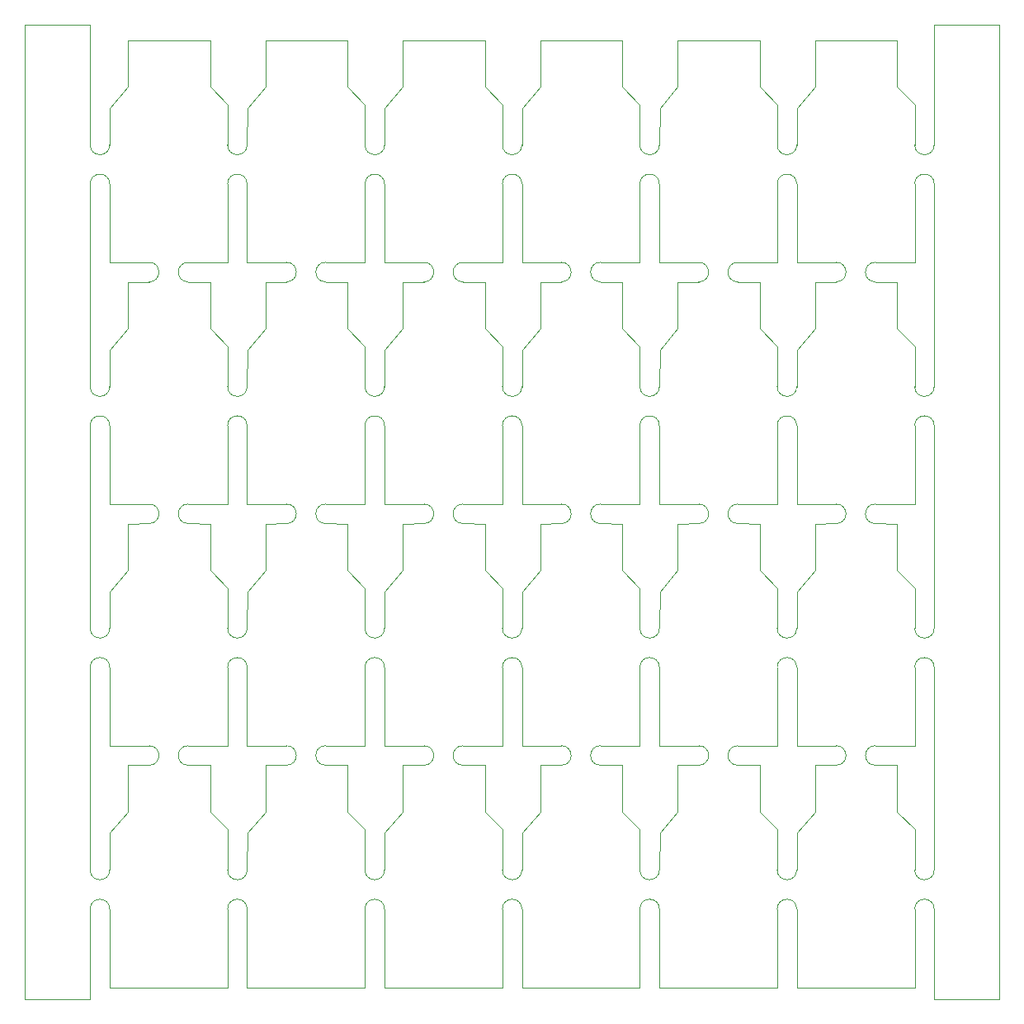
<source format=gbr>
%TF.GenerationSoftware,KiCad,Pcbnew,7.0.8*%
%TF.CreationDate,2024-02-11T12:05:53+00:00*%
%TF.ProjectId,QMK_controller_test,514d4b5f-636f-46e7-9472-6f6c6c65725f,rev?*%
%TF.SameCoordinates,Original*%
%TF.FileFunction,Profile,NP*%
%FSLAX46Y46*%
G04 Gerber Fmt 4.6, Leading zero omitted, Abs format (unit mm)*
G04 Created by KiCad (PCBNEW 7.0.8) date 2024-02-11 12:05:53*
%MOMM*%
%LPD*%
G01*
G04 APERTURE LIST*
%TA.AperFunction,Profile*%
%ADD10C,0.100000*%
%TD*%
G04 APERTURE END LIST*
D10*
X107500000Y-106457500D02*
X111550000Y-106450000D01*
X87350000Y-81650000D02*
G75*
G03*
X87350000Y-83650000I0J-1000000D01*
G01*
X151700000Y-83657500D02*
X151700000Y-88457500D01*
X149800000Y-123200000D02*
G75*
G03*
X147800000Y-123200000I-1000000J0D01*
G01*
X89600000Y-58857500D02*
X81200000Y-58857500D01*
X79300000Y-123200000D02*
X79300000Y-131257500D01*
X139750000Y-83650000D02*
X137600000Y-83657500D01*
X146000000Y-108457500D02*
X143750000Y-108450000D01*
X143750000Y-131250000D02*
G75*
G03*
X143750000Y-133250000I0J-1000000D01*
G01*
X147800000Y-69600000D02*
X147800000Y-65457500D01*
X133700000Y-156057500D02*
X133700000Y-148000000D01*
X147800000Y-69600000D02*
G75*
G03*
X149800000Y-69600000I1000000J0D01*
G01*
X77300000Y-73600000D02*
X77300000Y-94400000D01*
X121600000Y-73600000D02*
X121600000Y-81657500D01*
X161900000Y-156057500D02*
X161900000Y-148000000D01*
X83350000Y-133250000D02*
X81200000Y-133257500D01*
X151700000Y-113257500D02*
X149843340Y-115400840D01*
X81200000Y-133257500D02*
X81200000Y-138057500D01*
X146000000Y-58857500D02*
X137600000Y-58857500D01*
X147800000Y-144000000D02*
X147800000Y-139857500D01*
X147800000Y-131257500D02*
X147800000Y-123200000D01*
X95300000Y-88457500D02*
X93443340Y-90600840D01*
X109400000Y-58857500D02*
X109400000Y-63657500D01*
X89600000Y-133257500D02*
X87350000Y-133250000D01*
X151700000Y-108457500D02*
X151700000Y-113257500D01*
X81200000Y-58857500D02*
X81200000Y-63657500D01*
X143750000Y-106450000D02*
G75*
G03*
X143750000Y-108450000I0J-1000000D01*
G01*
X115550000Y-81650000D02*
G75*
G03*
X115550000Y-83650000I0J-1000000D01*
G01*
X117800000Y-108457500D02*
X115550000Y-108450000D01*
X149800000Y-81657500D02*
X153850000Y-81650000D01*
X107543340Y-65800840D02*
X107500000Y-69600000D01*
X87350000Y-131250000D02*
G75*
G03*
X87350000Y-133250000I0J-1000000D01*
G01*
X157850000Y-131250000D02*
G75*
G03*
X157850000Y-133250000I0J-1000000D01*
G01*
X91400000Y-144000000D02*
G75*
G03*
X93400000Y-144000000I1000000J0D01*
G01*
X135743340Y-90600840D02*
X135700000Y-94400000D01*
X137600000Y-63657500D02*
X135743340Y-65800840D01*
X157850000Y-131250000D02*
X161900000Y-131257500D01*
X77300000Y-119200000D02*
G75*
G03*
X79300000Y-119200000I1000000J0D01*
G01*
X81200000Y-83657500D02*
X81200000Y-88457500D01*
X87350000Y-131250000D02*
X91400000Y-131257500D01*
X143750000Y-106450000D02*
X147800000Y-106457500D01*
X77300000Y-157250000D02*
X70600000Y-157250000D01*
X147800000Y-119200000D02*
G75*
G03*
X149800000Y-119200000I1000000J0D01*
G01*
X131900000Y-113257500D02*
X131900000Y-108457500D01*
X105500000Y-94400000D02*
G75*
G03*
X107500000Y-94400000I1000000J0D01*
G01*
X161900000Y-94400000D02*
X161900000Y-90257500D01*
X149843340Y-115400840D02*
X149800000Y-119200000D01*
X93443340Y-65800840D02*
X93400000Y-69600000D01*
X161900000Y-81657500D02*
X161900000Y-73600000D01*
X163900000Y-119200000D02*
X163900000Y-98400000D01*
X129650000Y-131250000D02*
X133700000Y-131257500D01*
X151700000Y-133257500D02*
X151700000Y-138057500D01*
X149800000Y-73600000D02*
G75*
G03*
X147800000Y-73600000I-1000000J0D01*
G01*
X105500000Y-81657500D02*
X105500000Y-73600000D01*
X105500000Y-156057500D02*
X105500000Y-148000000D01*
X119600000Y-69600000D02*
G75*
G03*
X121600000Y-69600000I1000000J0D01*
G01*
X139750000Y-133250000D02*
G75*
G03*
X139750000Y-131250000I0J1000000D01*
G01*
X107500000Y-148000000D02*
G75*
G03*
X105500000Y-148000000I-1000000J0D01*
G01*
X133700000Y-90257500D02*
X131900000Y-88457500D01*
X147800000Y-115057500D02*
X146000000Y-113257500D01*
X119600000Y-156057500D02*
X119600000Y-148000000D01*
X83350000Y-108450000D02*
X81200000Y-108457500D01*
X107500000Y-131257500D02*
X111550000Y-131250000D01*
X87350000Y-106450000D02*
X91400000Y-106457500D01*
X133700000Y-119200000D02*
X133700000Y-115057500D01*
X109400000Y-133257500D02*
X109400000Y-138057500D01*
X91400000Y-144000000D02*
X91400000Y-139857500D01*
X123500000Y-133257500D02*
X123500000Y-138057500D01*
X105500000Y-139857500D02*
X103700000Y-138057500D01*
X121600000Y-98400000D02*
G75*
G03*
X119600000Y-98400000I-1000000J0D01*
G01*
X157850000Y-106450000D02*
G75*
G03*
X157850000Y-108450000I0J-1000000D01*
G01*
X103700000Y-83657500D02*
X101450000Y-83650000D01*
X163900000Y-73600000D02*
X163900000Y-94400000D01*
X161900000Y-115057500D02*
X160100000Y-113257500D01*
X119600000Y-115057500D02*
X117800000Y-113257500D01*
X137600000Y-113257500D02*
X135743340Y-115400840D01*
X161900000Y-139857500D02*
X160100000Y-138057500D01*
X149800000Y-148000000D02*
G75*
G03*
X147800000Y-148000000I-1000000J0D01*
G01*
X160100000Y-88457500D02*
X160100000Y-83657500D01*
X91400000Y-119200000D02*
X91400000Y-115057500D01*
X133700000Y-139857500D02*
X131900000Y-138057500D01*
X111550000Y-83650000D02*
X109400000Y-83657500D01*
X97450000Y-108450000D02*
X95300000Y-108457500D01*
X119600000Y-144000000D02*
G75*
G03*
X121600000Y-144000000I1000000J0D01*
G01*
X111550000Y-108450000D02*
X109400000Y-108457500D01*
X89600000Y-138057500D02*
X89600000Y-133257500D01*
X147800000Y-119200000D02*
X147800000Y-115057500D01*
X101450000Y-131250000D02*
G75*
G03*
X101450000Y-133250000I0J-1000000D01*
G01*
X79300000Y-73600000D02*
G75*
G03*
X77300000Y-73600000I-1000000J0D01*
G01*
X123500000Y-113257500D02*
X121643340Y-115400840D01*
X115550000Y-81650000D02*
X119600000Y-81657500D01*
X103700000Y-63657500D02*
X103700000Y-58857500D01*
X105500000Y-69600000D02*
G75*
G03*
X107500000Y-69600000I1000000J0D01*
G01*
X93400000Y-98400000D02*
G75*
G03*
X91400000Y-98400000I-1000000J0D01*
G01*
X135700000Y-131257500D02*
X139750000Y-131250000D01*
X125650000Y-133250000D02*
G75*
G03*
X125650000Y-131250000I0J1000000D01*
G01*
X153850000Y-83650000D02*
G75*
G03*
X153850000Y-81650000I0J1000000D01*
G01*
X143750000Y-81650000D02*
G75*
G03*
X143750000Y-83650000I0J-1000000D01*
G01*
X93400000Y-81657500D02*
X97450000Y-81650000D01*
X105500000Y-144000000D02*
X105500000Y-139857500D01*
X97450000Y-83650000D02*
G75*
G03*
X97450000Y-81650000I0J1000000D01*
G01*
X160100000Y-83657500D02*
X157850000Y-83650000D01*
X91400000Y-94400000D02*
G75*
G03*
X93400000Y-94400000I1000000J0D01*
G01*
X79300000Y-123200000D02*
G75*
G03*
X77300000Y-123200000I-1000000J0D01*
G01*
X133700000Y-115057500D02*
X131900000Y-113257500D01*
X153850000Y-133250000D02*
G75*
G03*
X153850000Y-131250000I0J1000000D01*
G01*
X125650000Y-83650000D02*
X123500000Y-83657500D01*
X129650000Y-106450000D02*
X133700000Y-106457500D01*
X147800000Y-94400000D02*
X147800000Y-90257500D01*
X95300000Y-138057500D02*
X93443340Y-140200840D01*
X107500000Y-73600000D02*
G75*
G03*
X105500000Y-73600000I-1000000J0D01*
G01*
X157850000Y-106450000D02*
X161900000Y-106457500D01*
X135743340Y-115400840D02*
X135700000Y-119200000D01*
X163900000Y-148000000D02*
X163900000Y-157250000D01*
X131900000Y-133257500D02*
X129650000Y-133250000D01*
X121600000Y-123200000D02*
G75*
G03*
X119600000Y-123200000I-1000000J0D01*
G01*
X107500000Y-73600000D02*
X107500000Y-81657500D01*
X149800000Y-98400000D02*
X149800000Y-106457500D01*
X160100000Y-108457500D02*
X157850000Y-108450000D01*
X160100000Y-113257500D02*
X160100000Y-108457500D01*
X109400000Y-88457500D02*
X107543340Y-90600840D01*
X133700000Y-65457500D02*
X131900000Y-63657500D01*
X137600000Y-88457500D02*
X135743340Y-90600840D01*
X135700000Y-73600000D02*
G75*
G03*
X133700000Y-73600000I-1000000J0D01*
G01*
X117800000Y-138057500D02*
X117800000Y-133257500D01*
X107500000Y-98400000D02*
G75*
G03*
X105500000Y-98400000I-1000000J0D01*
G01*
X137600000Y-133257500D02*
X137600000Y-138057500D01*
X135700000Y-148000000D02*
X135700000Y-156057500D01*
X139750000Y-133250000D02*
X137600000Y-133257500D01*
X117800000Y-133257500D02*
X115550000Y-133250000D01*
X161900000Y-65457500D02*
X160100000Y-63657500D01*
X157850000Y-81650000D02*
G75*
G03*
X157850000Y-83650000I0J-1000000D01*
G01*
X133700000Y-144000000D02*
G75*
G03*
X135700000Y-144000000I1000000J0D01*
G01*
X149800000Y-123200000D02*
X149800000Y-131257500D01*
X107500000Y-98400000D02*
X107500000Y-106457500D01*
X129650000Y-81650000D02*
X133700000Y-81657500D01*
X91400000Y-119200000D02*
G75*
G03*
X93400000Y-119200000I1000000J0D01*
G01*
X79300000Y-73600000D02*
X79300000Y-81657500D01*
X93400000Y-73600000D02*
X93400000Y-81657500D01*
X163900000Y-144000000D02*
X163900000Y-123200000D01*
X89600000Y-108457500D02*
X87350000Y-108450000D01*
X95300000Y-133257500D02*
X95300000Y-138057500D01*
X149800000Y-73600000D02*
X149800000Y-81657500D01*
X121600000Y-148000000D02*
G75*
G03*
X119600000Y-148000000I-1000000J0D01*
G01*
X91400000Y-106457500D02*
X91400000Y-98400000D01*
X107543340Y-115400840D02*
X107500000Y-119200000D01*
X119600000Y-65457500D02*
X117800000Y-63657500D01*
X146000000Y-88457500D02*
X146000000Y-83657500D01*
X161900000Y-106457500D02*
X161900000Y-98400000D01*
X95300000Y-63657500D02*
X93443340Y-65800840D01*
X125650000Y-83650000D02*
G75*
G03*
X125650000Y-81650000I0J1000000D01*
G01*
X139750000Y-83650000D02*
G75*
G03*
X139750000Y-81650000I0J1000000D01*
G01*
X91400000Y-131257500D02*
X91400000Y-123200000D01*
X111550000Y-108450000D02*
G75*
G03*
X111550000Y-106450000I0J1000000D01*
G01*
X121600000Y-156057500D02*
X133700000Y-156057500D01*
X135700000Y-148000000D02*
G75*
G03*
X133700000Y-148000000I-1000000J0D01*
G01*
X70600000Y-157250000D02*
X70600000Y-57250000D01*
X81200000Y-88457500D02*
X79343340Y-90600840D01*
X119600000Y-139857500D02*
X117800000Y-138057500D01*
X135700000Y-123200000D02*
X135700000Y-131257500D01*
X123500000Y-138057500D02*
X121643340Y-140200840D01*
X125650000Y-108450000D02*
G75*
G03*
X125650000Y-106450000I0J1000000D01*
G01*
X93443340Y-90600840D02*
X93400000Y-94400000D01*
X161900000Y-90257500D02*
X160100000Y-88457500D01*
X81200000Y-108457500D02*
X81200000Y-113257500D01*
X135700000Y-73600000D02*
X135700000Y-81657500D01*
X147800000Y-90257500D02*
X146000000Y-88457500D01*
X133700000Y-106457500D02*
X133700000Y-98400000D01*
X89600000Y-63657500D02*
X89600000Y-58857500D01*
X111550000Y-83650000D02*
G75*
G03*
X111550000Y-81650000I0J1000000D01*
G01*
X133700000Y-94400000D02*
G75*
G03*
X135700000Y-94400000I1000000J0D01*
G01*
X91400000Y-94400000D02*
X91400000Y-90257500D01*
X101450000Y-106450000D02*
G75*
G03*
X101450000Y-108450000I0J-1000000D01*
G01*
X135700000Y-81657500D02*
X139750000Y-81650000D01*
X147800000Y-94400000D02*
G75*
G03*
X149800000Y-94400000I1000000J0D01*
G01*
X103700000Y-108457500D02*
X101450000Y-108450000D01*
X105500000Y-131257500D02*
X105500000Y-123200000D01*
X133700000Y-69600000D02*
G75*
G03*
X135700000Y-69600000I1000000J0D01*
G01*
X107500000Y-123200000D02*
G75*
G03*
X105500000Y-123200000I-1000000J0D01*
G01*
X93400000Y-148000000D02*
G75*
G03*
X91400000Y-148000000I-1000000J0D01*
G01*
X93400000Y-123200000D02*
G75*
G03*
X91400000Y-123200000I-1000000J0D01*
G01*
X109400000Y-63657500D02*
X107543340Y-65800840D01*
X133700000Y-94400000D02*
X133700000Y-90257500D01*
X123500000Y-63657500D02*
X121643340Y-65800840D01*
X91400000Y-90257500D02*
X89600000Y-88457500D01*
X146000000Y-63657500D02*
X146000000Y-58857500D01*
X79300000Y-98400000D02*
X79300000Y-106457500D01*
X161900000Y-119200000D02*
X161900000Y-115057500D01*
X125650000Y-133250000D02*
X123500000Y-133257500D01*
X121600000Y-123200000D02*
X121600000Y-131257500D01*
X107500000Y-123200000D02*
X107500000Y-131257500D01*
X119600000Y-69600000D02*
X119600000Y-65457500D01*
X131900000Y-108457500D02*
X129650000Y-108450000D01*
X133700000Y-119200000D02*
G75*
G03*
X135700000Y-119200000I1000000J0D01*
G01*
X147800000Y-144000000D02*
G75*
G03*
X149800000Y-144000000I1000000J0D01*
G01*
X149843340Y-65800840D02*
X149800000Y-69600000D01*
X79343340Y-65800840D02*
X79300000Y-69600000D01*
X105500000Y-144000000D02*
G75*
G03*
X107500000Y-144000000I1000000J0D01*
G01*
X119600000Y-119200000D02*
X119600000Y-115057500D01*
X89600000Y-83657500D02*
X87350000Y-83650000D01*
X79343340Y-115400840D02*
X79300000Y-119200000D01*
X97450000Y-133250000D02*
X95300000Y-133257500D01*
X143750000Y-131250000D02*
X147800000Y-131257500D01*
X147800000Y-81657500D02*
X147800000Y-73600000D01*
X161900000Y-69600000D02*
G75*
G03*
X163900000Y-69600000I1000000J0D01*
G01*
X160100000Y-63657500D02*
X160100000Y-58857500D01*
X79300000Y-148000000D02*
G75*
G03*
X77300000Y-148000000I-1000000J0D01*
G01*
X161900000Y-144000000D02*
X161900000Y-139857500D01*
X147800000Y-106457500D02*
X147800000Y-98400000D01*
X121643340Y-65800840D02*
X121600000Y-69600000D01*
X115550000Y-106450000D02*
G75*
G03*
X115550000Y-108450000I0J-1000000D01*
G01*
X137600000Y-108457500D02*
X137600000Y-113257500D01*
X79343340Y-140200840D02*
X79300000Y-144000000D01*
X93400000Y-156057500D02*
X105500000Y-156057500D01*
X170600000Y-57250000D02*
X170600000Y-157250000D01*
X131900000Y-58857500D02*
X123500000Y-58857500D01*
X105500000Y-65457500D02*
X103700000Y-63657500D01*
X93400000Y-131257500D02*
X97450000Y-131250000D01*
X146000000Y-83657500D02*
X143750000Y-83650000D01*
X125650000Y-108450000D02*
X123500000Y-108457500D01*
X107543340Y-140200840D02*
X107500000Y-144000000D01*
X95300000Y-108457500D02*
X95300000Y-113257500D01*
X129650000Y-131250000D02*
G75*
G03*
X129650000Y-133250000I0J-1000000D01*
G01*
X163900000Y-98400000D02*
G75*
G03*
X161900000Y-98400000I-1000000J0D01*
G01*
X103700000Y-113257500D02*
X103700000Y-108457500D01*
X163900000Y-148000000D02*
G75*
G03*
X161900000Y-148000000I-1000000J0D01*
G01*
X131900000Y-138057500D02*
X131900000Y-133257500D01*
X101450000Y-81650000D02*
G75*
G03*
X101450000Y-83650000I0J-1000000D01*
G01*
X151700000Y-88457500D02*
X149843340Y-90600840D01*
X161900000Y-144000000D02*
G75*
G03*
X163900000Y-144000000I1000000J0D01*
G01*
X119600000Y-106457500D02*
X119600000Y-98400000D01*
X119600000Y-131257500D02*
X119600000Y-123200000D01*
X161900000Y-131257500D02*
X161900000Y-123200000D01*
X81200000Y-138057500D02*
X79343340Y-140200840D01*
X101450000Y-131250000D02*
X105500000Y-131257500D01*
X91400000Y-69600000D02*
X91400000Y-65457500D01*
X97450000Y-133250000D02*
G75*
G03*
X97450000Y-131250000I0J1000000D01*
G01*
X139750000Y-108450000D02*
G75*
G03*
X139750000Y-106450000I0J1000000D01*
G01*
X93443340Y-115400840D02*
X93400000Y-119200000D01*
X105500000Y-119200000D02*
G75*
G03*
X107500000Y-119200000I1000000J0D01*
G01*
X129650000Y-81650000D02*
G75*
G03*
X129650000Y-83650000I0J-1000000D01*
G01*
X105500000Y-94400000D02*
X105500000Y-90257500D01*
X161900000Y-94400000D02*
G75*
G03*
X163900000Y-94400000I1000000J0D01*
G01*
X107500000Y-156057500D02*
X119600000Y-156057500D01*
X105500000Y-119200000D02*
X105500000Y-115057500D01*
X161900000Y-69600000D02*
X161900000Y-65457500D01*
X77300000Y-119200000D02*
X77300000Y-98400000D01*
X139750000Y-108450000D02*
X137600000Y-108457500D01*
X133700000Y-69600000D02*
X133700000Y-65457500D01*
X121600000Y-73600000D02*
G75*
G03*
X119600000Y-73600000I-1000000J0D01*
G01*
X93400000Y-98400000D02*
X93400000Y-106457500D01*
X121643340Y-90600840D02*
X121600000Y-94400000D01*
X115550000Y-106450000D02*
X119600000Y-106457500D01*
X163900000Y-157250000D02*
X170600000Y-157250000D01*
X137600000Y-138057500D02*
X135743340Y-140200840D01*
X77300000Y-57250000D02*
X70600000Y-57250000D01*
X95300000Y-83657500D02*
X95300000Y-88457500D01*
X135700000Y-106457500D02*
X139750000Y-106450000D01*
X105500000Y-106457500D02*
X105500000Y-98400000D01*
X93443340Y-140200840D02*
X93400000Y-144000000D01*
X79343340Y-90600840D02*
X79300000Y-94400000D01*
X77300000Y-69600000D02*
X77300000Y-57250000D01*
X79300000Y-98400000D02*
G75*
G03*
X77300000Y-98400000I-1000000J0D01*
G01*
X149800000Y-156057500D02*
X161900000Y-156057500D01*
X147800000Y-65457500D02*
X146000000Y-63657500D01*
X93400000Y-106457500D02*
X97450000Y-106450000D01*
X107543340Y-90600840D02*
X107500000Y-94400000D01*
X151700000Y-138057500D02*
X149843340Y-140200840D01*
X163900000Y-69600000D02*
X163900000Y-57250000D01*
X79300000Y-148000000D02*
X79300000Y-156057500D01*
X131900000Y-83657500D02*
X129650000Y-83650000D01*
X79300000Y-106457500D02*
X83350000Y-106450000D01*
X111550000Y-133250000D02*
X109400000Y-133257500D01*
X147800000Y-156057500D02*
X147800000Y-148000000D01*
X149800000Y-98400000D02*
G75*
G03*
X147800000Y-98400000I-1000000J0D01*
G01*
X123500000Y-58857500D02*
X123500000Y-63657500D01*
X83350000Y-83650000D02*
X81200000Y-83657500D01*
X135700000Y-98400000D02*
X135700000Y-106457500D01*
X95300000Y-58857500D02*
X95300000Y-63657500D01*
X101450000Y-106450000D02*
X105500000Y-106457500D01*
X103700000Y-88457500D02*
X103700000Y-83657500D01*
X87350000Y-106450000D02*
G75*
G03*
X87350000Y-108450000I0J-1000000D01*
G01*
X91400000Y-81657500D02*
X91400000Y-73600000D01*
X121600000Y-131257500D02*
X125650000Y-131250000D01*
X146000000Y-138057500D02*
X146000000Y-133257500D01*
X105500000Y-115057500D02*
X103700000Y-113257500D01*
X153850000Y-83650000D02*
X151700000Y-83657500D01*
X119600000Y-94400000D02*
G75*
G03*
X121600000Y-94400000I1000000J0D01*
G01*
X137600000Y-58857500D02*
X137600000Y-63657500D01*
X91400000Y-139857500D02*
X89600000Y-138057500D01*
X123500000Y-88457500D02*
X121643340Y-90600840D01*
X95300000Y-113257500D02*
X93443340Y-115400840D01*
X133700000Y-131257500D02*
X133700000Y-123200000D01*
X101450000Y-81650000D02*
X105500000Y-81657500D01*
X115550000Y-131250000D02*
X119600000Y-131257500D01*
X79300000Y-81657500D02*
X83350000Y-81650000D01*
X77300000Y-148000000D02*
X77300000Y-157250000D01*
X109400000Y-108457500D02*
X109400000Y-113257500D01*
X77300000Y-144000000D02*
X77300000Y-123200000D01*
X161900000Y-119200000D02*
G75*
G03*
X163900000Y-119200000I1000000J0D01*
G01*
X103700000Y-58857500D02*
X95300000Y-58857500D01*
X137600000Y-83657500D02*
X137600000Y-88457500D01*
X103700000Y-133257500D02*
X101450000Y-133250000D01*
X91400000Y-69600000D02*
G75*
G03*
X93400000Y-69600000I1000000J0D01*
G01*
X135700000Y-98400000D02*
G75*
G03*
X133700000Y-98400000I-1000000J0D01*
G01*
X89600000Y-113257500D02*
X89600000Y-108457500D01*
X97450000Y-108450000D02*
G75*
G03*
X97450000Y-106450000I0J1000000D01*
G01*
X153850000Y-133250000D02*
X151700000Y-133257500D01*
X109400000Y-138057500D02*
X107543340Y-140200840D01*
X91400000Y-156057500D02*
X91400000Y-148000000D01*
X93400000Y-123200000D02*
X93400000Y-131257500D01*
X111550000Y-133250000D02*
G75*
G03*
X111550000Y-131250000I0J1000000D01*
G01*
X160100000Y-133257500D02*
X157850000Y-133250000D01*
X123500000Y-108457500D02*
X123500000Y-113257500D01*
X135743340Y-65800840D02*
X135700000Y-69600000D01*
X93400000Y-148000000D02*
X93400000Y-156057500D01*
X133700000Y-144000000D02*
X133700000Y-139857500D01*
X117800000Y-113257500D02*
X117800000Y-108457500D01*
X163900000Y-73600000D02*
G75*
G03*
X161900000Y-73600000I-1000000J0D01*
G01*
X121643340Y-115400840D02*
X121600000Y-119200000D01*
X121643340Y-140200840D02*
X121600000Y-144000000D01*
X89600000Y-88457500D02*
X89600000Y-83657500D01*
X91400000Y-115057500D02*
X89600000Y-113257500D01*
X83350000Y-108450000D02*
G75*
G03*
X83350000Y-106450000I0J1000000D01*
G01*
X147800000Y-139857500D02*
X146000000Y-138057500D01*
X151700000Y-58857500D02*
X151700000Y-63657500D01*
X149800000Y-131257500D02*
X153850000Y-131250000D01*
X157850000Y-81650000D02*
X161900000Y-81657500D01*
X119600000Y-144000000D02*
X119600000Y-139857500D01*
X105500000Y-90257500D02*
X103700000Y-88457500D01*
X146000000Y-113257500D02*
X146000000Y-108457500D01*
X121600000Y-81657500D02*
X125650000Y-81650000D01*
X163900000Y-123200000D02*
G75*
G03*
X161900000Y-123200000I-1000000J0D01*
G01*
X153850000Y-108450000D02*
G75*
G03*
X153850000Y-106450000I0J1000000D01*
G01*
X103700000Y-138057500D02*
X103700000Y-133257500D01*
X83350000Y-83650000D02*
G75*
G03*
X83350000Y-81650000I0J1000000D01*
G01*
X163900000Y-57250000D02*
X170600000Y-57250000D01*
X107500000Y-148000000D02*
X107500000Y-156057500D01*
X151700000Y-63657500D02*
X149843340Y-65800840D01*
X117800000Y-63657500D02*
X117800000Y-58857500D01*
X87350000Y-81650000D02*
X91400000Y-81657500D01*
X160100000Y-58857500D02*
X151700000Y-58857500D01*
X97450000Y-83650000D02*
X95300000Y-83657500D01*
X119600000Y-119200000D02*
G75*
G03*
X121600000Y-119200000I1000000J0D01*
G01*
X81200000Y-113257500D02*
X79343340Y-115400840D01*
X109400000Y-83657500D02*
X109400000Y-88457500D01*
X93400000Y-73600000D02*
G75*
G03*
X91400000Y-73600000I-1000000J0D01*
G01*
X121600000Y-98400000D02*
X121600000Y-106457500D01*
X129650000Y-106450000D02*
G75*
G03*
X129650000Y-108450000I0J-1000000D01*
G01*
X81200000Y-63657500D02*
X79343340Y-65800840D01*
X131900000Y-88457500D02*
X131900000Y-83657500D01*
X115550000Y-131250000D02*
G75*
G03*
X115550000Y-133250000I0J-1000000D01*
G01*
X135743340Y-140200840D02*
X135700000Y-144000000D01*
X133700000Y-81657500D02*
X133700000Y-73600000D01*
X117800000Y-83657500D02*
X115550000Y-83650000D01*
X119600000Y-90257500D02*
X117800000Y-88457500D01*
X153850000Y-108450000D02*
X151700000Y-108457500D01*
X79300000Y-156057500D02*
X91400000Y-156057500D01*
X79300000Y-131257500D02*
X83350000Y-131250000D01*
X121600000Y-148000000D02*
X121600000Y-156057500D01*
X135700000Y-156057500D02*
X147800000Y-156057500D01*
X77300000Y-94400000D02*
G75*
G03*
X79300000Y-94400000I1000000J0D01*
G01*
X123500000Y-83657500D02*
X123500000Y-88457500D01*
X121600000Y-106457500D02*
X125650000Y-106450000D01*
X107500000Y-81657500D02*
X111550000Y-81650000D01*
X77300000Y-69600000D02*
G75*
G03*
X79300000Y-69600000I1000000J0D01*
G01*
X117800000Y-58857500D02*
X109400000Y-58857500D01*
X146000000Y-133257500D02*
X143750000Y-133250000D01*
X149800000Y-106457500D02*
X153850000Y-106450000D01*
X77300000Y-144000000D02*
G75*
G03*
X79300000Y-144000000I1000000J0D01*
G01*
X135700000Y-123200000D02*
G75*
G03*
X133700000Y-123200000I-1000000J0D01*
G01*
X83350000Y-133250000D02*
G75*
G03*
X83350000Y-131250000I0J1000000D01*
G01*
X143750000Y-81650000D02*
X147800000Y-81657500D01*
X149800000Y-148000000D02*
X149800000Y-156057500D01*
X149843340Y-140200840D02*
X149800000Y-144000000D01*
X91400000Y-65457500D02*
X89600000Y-63657500D01*
X131900000Y-63657500D02*
X131900000Y-58857500D01*
X119600000Y-81657500D02*
X119600000Y-73600000D01*
X105500000Y-69600000D02*
X105500000Y-65457500D01*
X109400000Y-113257500D02*
X107543340Y-115400840D01*
X160100000Y-138057500D02*
X160100000Y-133257500D01*
X117800000Y-88457500D02*
X117800000Y-83657500D01*
X119600000Y-94400000D02*
X119600000Y-90257500D01*
X149843340Y-90600840D02*
X149800000Y-94400000D01*
M02*

</source>
